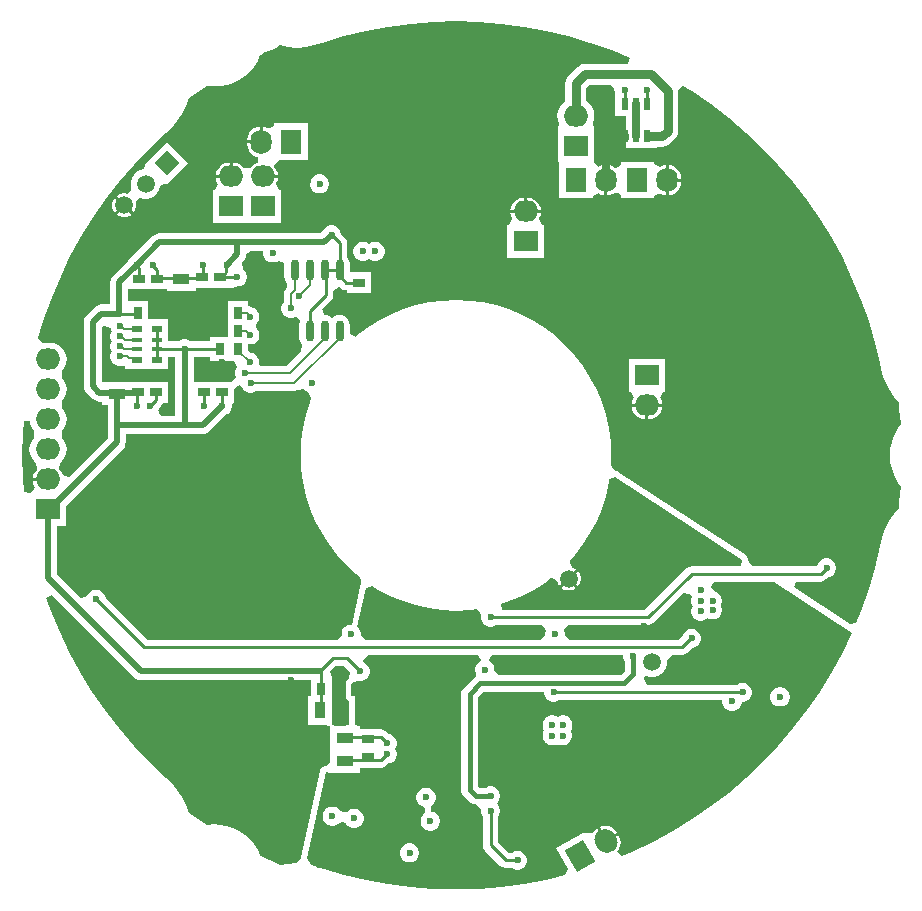
<source format=gbl>
G04*
G04 #@! TF.GenerationSoftware,Altium Limited,Altium Designer,21.1.1 (26)*
G04*
G04 Layer_Physical_Order=4*
G04 Layer_Color=16711680*
%FSLAX25Y25*%
%MOIN*%
G70*
G04*
G04 #@! TF.SameCoordinates,03695714-3163-4FEE-998C-4D1AEBC88490*
G04*
G04*
G04 #@! TF.FilePolarity,Positive*
G04*
G01*
G75*
%ADD16C,0.01000*%
%ADD18C,0.00800*%
%ADD23R,0.03937X0.02953*%
%ADD24R,0.02953X0.03937*%
%ADD26R,0.05709X0.03740*%
%ADD28R,0.03740X0.05709*%
%ADD31R,0.02362X0.03937*%
%ADD107C,0.03000*%
%ADD108C,0.01500*%
%ADD109C,0.02000*%
%ADD110C,0.02500*%
%ADD122C,0.05906*%
%ADD123O,0.07087X0.08268*%
%ADD124R,0.07087X0.08268*%
G04:AMPARAMS|DCode=125|XSize=70.87mil|YSize=82.68mil|CornerRadius=0mil|HoleSize=0mil|Usage=FLASHONLY|Rotation=30.000|XOffset=0mil|YOffset=0mil|HoleType=Round|Shape=Round|*
%AMOVALD125*
21,1,0.01181,0.07087,0.00000,0.00000,120.0*
1,1,0.07087,0.00295,-0.00511*
1,1,0.07087,-0.00295,0.00511*
%
%ADD125OVALD125*%

G04:AMPARAMS|DCode=126|XSize=70.87mil|YSize=82.68mil|CornerRadius=0mil|HoleSize=0mil|Usage=FLASHONLY|Rotation=30.000|XOffset=0mil|YOffset=0mil|HoleType=Round|Shape=Rectangle|*
%AMROTATEDRECTD126*
4,1,4,-0.01002,-0.05352,-0.05135,0.01808,0.01002,0.05352,0.05135,-0.01808,-0.01002,-0.05352,0.0*
%
%ADD126ROTATEDRECTD126*%

%ADD127R,0.08268X0.07087*%
%ADD128O,0.08268X0.07087*%
%ADD129P,0.08352X4X270.0*%
%ADD130C,0.02362*%
%ADD131R,0.03347X0.02362*%
%ADD132R,0.03347X0.01575*%
%ADD133O,0.02756X0.07087*%
G36*
X7568Y144441D02*
X15117Y143847D01*
X22624Y142858D01*
X30070Y141478D01*
X37433Y139711D01*
X44693Y137560D01*
X51831Y135032D01*
X57872Y132530D01*
X57474Y130530D01*
X43000D01*
X42086Y130410D01*
X41235Y130057D01*
X40504Y129496D01*
X37469Y126461D01*
X36908Y125730D01*
X36555Y124879D01*
X36435Y123965D01*
Y118025D01*
X35421Y117247D01*
X34532Y116089D01*
X33974Y114740D01*
X33783Y113293D01*
X33974Y111846D01*
X34392Y110837D01*
X33831Y108836D01*
X33831D01*
Y97750D01*
X34422D01*
Y85659D01*
X45508D01*
Y86375D01*
X47508Y87361D01*
X47674Y87234D01*
X48779Y86776D01*
X49465Y86686D01*
Y91793D01*
Y96900D01*
X48779Y96810D01*
X47674Y96352D01*
X47508Y96225D01*
X47389Y96284D01*
X46099Y97750D01*
Y108836D01*
X46099Y108836D01*
X45538Y110837D01*
X45956Y111846D01*
X46147Y113293D01*
X45956Y114740D01*
X45397Y116089D01*
X44509Y117247D01*
X43495Y118025D01*
Y122503D01*
X44462Y123470D01*
X51244D01*
X52181Y122815D01*
X53044Y121175D01*
X53044Y121175D01*
X53044D01*
Y113238D01*
X56687D01*
Y106380D01*
X56784Y105643D01*
Y102411D01*
X60524D01*
Y102411D01*
X66886D01*
Y102850D01*
X68743D01*
X69656Y102970D01*
X70508Y103323D01*
X71239Y103884D01*
X72996Y105641D01*
X73557Y106372D01*
X73910Y107223D01*
X74030Y108137D01*
Y121500D01*
X73978Y121898D01*
X75088Y122885D01*
X75758Y123153D01*
X78773Y121305D01*
X85014Y117016D01*
X91021Y112406D01*
X96779Y107488D01*
X102272Y102276D01*
X107485Y96783D01*
X112402Y91025D01*
X117012Y85017D01*
X121301Y78777D01*
X125258Y72320D01*
X128871Y65666D01*
X132131Y58831D01*
X135029Y51835D01*
X137556Y44697D01*
X139707Y37437D01*
X141328Y30685D01*
X141703Y28840D01*
X142001Y27485D01*
X142156Y27028D01*
X142957Y24670D01*
X144272Y22003D01*
X145924Y19530D01*
X147737Y17462D01*
X147675Y16668D01*
X147757Y15471D01*
X147756Y15463D01*
X147779Y15155D01*
X147951Y13226D01*
X148164Y10336D01*
X148077Y10237D01*
X146855Y8408D01*
X145882Y6435D01*
X145175Y4352D01*
X144746Y2195D01*
X144602Y0D01*
X144746Y-2195D01*
X145175Y-4352D01*
X145882Y-6435D01*
X146855Y-8408D01*
X148077Y-10237D01*
X148164Y-10336D01*
X147954Y-13175D01*
X147951Y-13222D01*
X147779Y-15151D01*
X147756Y-15459D01*
X147757Y-15468D01*
X147675Y-16664D01*
X147737Y-17459D01*
X145924Y-19526D01*
X144272Y-21999D01*
X142957Y-24666D01*
X142001Y-27482D01*
X141703Y-28837D01*
X141703Y-28837D01*
X141475Y-30070D01*
X139707Y-37433D01*
X137556Y-44694D01*
X135029Y-51832D01*
X133403Y-55757D01*
X131491Y-56344D01*
X112681Y-43965D01*
X113255Y-42049D01*
X121500D01*
X122476Y-41855D01*
X123302Y-41302D01*
X123925Y-40679D01*
X124728Y-40464D01*
X125453Y-40045D01*
X126046Y-39453D01*
X126464Y-38728D01*
X126681Y-37919D01*
Y-37081D01*
X126464Y-36272D01*
X126046Y-35547D01*
X125453Y-34955D01*
X124728Y-34536D01*
X123919Y-34319D01*
X123081D01*
X122272Y-34536D01*
X121547Y-34955D01*
X120955Y-35547D01*
X120536Y-36272D01*
X120354Y-36951D01*
X98743D01*
X97866Y-36037D01*
X97521Y-35574D01*
X97420Y-34951D01*
X97432Y-34828D01*
X97401Y-34728D01*
X97400Y-34623D01*
X97285Y-34351D01*
X97198Y-34068D01*
X97132Y-33987D01*
X97091Y-33890D01*
X96880Y-33683D01*
X96691Y-33454D01*
X96599Y-33405D01*
X96524Y-33332D01*
X54056Y-5383D01*
X53843Y-5296D01*
X53647Y-5175D01*
X53478Y-5148D01*
X53319Y-5083D01*
X52209Y-4294D01*
X52006Y-4059D01*
X51990Y-4036D01*
X51631Y-3327D01*
X51618Y-3291D01*
X51762Y0D01*
X51565Y4511D01*
X50976Y8988D01*
X49998Y13397D01*
X48640Y17704D01*
X46912Y21876D01*
X44827Y25881D01*
X42401Y29689D01*
X39652Y33272D01*
X36601Y36601D01*
X33272Y39652D01*
X29689Y42401D01*
X25881Y44827D01*
X21876Y46912D01*
X17704Y48640D01*
X13397Y49998D01*
X8988Y50976D01*
X4511Y51565D01*
X0Y51762D01*
X-4511Y51565D01*
X-8988Y50976D01*
X-13397Y49998D01*
X-17704Y48640D01*
X-21876Y46912D01*
X-25881Y44827D01*
X-29689Y42401D01*
X-33272Y39652D01*
X-33395Y39539D01*
X-35396Y40419D01*
Y43497D01*
X-35512Y44379D01*
X-35852Y45200D01*
X-36393Y45906D01*
X-37099Y46448D01*
X-37921Y46788D01*
X-38803Y46904D01*
X-39684Y46788D01*
X-40506Y46448D01*
X-41393Y45906D01*
X-42099Y46448D01*
X-42921Y46788D01*
X-43679Y46888D01*
X-43946Y47259D01*
X-44576Y48820D01*
X-41698Y51698D01*
X-41145Y52525D01*
X-40951Y53500D01*
Y54708D01*
X-40561Y55213D01*
X-39163Y56170D01*
X-38951Y56182D01*
X-38487Y55718D01*
X-37660Y55166D01*
X-36685Y54972D01*
X-36271D01*
Y54044D01*
X-28334D01*
Y60997D01*
X-35396D01*
Y63969D01*
X-35512Y64851D01*
X-35852Y65673D01*
X-36254Y66196D01*
Y70803D01*
X-36448Y71778D01*
X-37000Y72605D01*
X-38321Y73926D01*
X-38536Y74728D01*
X-38954Y75453D01*
X-39547Y76046D01*
X-40272Y76464D01*
X-41081Y76681D01*
X-41919D01*
X-42728Y76464D01*
X-43453Y76046D01*
X-44045Y75453D01*
X-44345Y74934D01*
X-45253Y74026D01*
X-99000D01*
X-99783Y73923D01*
X-100513Y73620D01*
X-101140Y73140D01*
X-107934Y66345D01*
X-108453Y66045D01*
X-109046Y65453D01*
X-109345Y64934D01*
X-114345Y59934D01*
X-114826Y59307D01*
X-115129Y58578D01*
X-115232Y57794D01*
Y50320D01*
X-118206D01*
X-118206Y50320D01*
X-118989Y50217D01*
X-119719Y49915D01*
X-120345Y49434D01*
X-120345Y49434D01*
X-123140Y46640D01*
X-123620Y46013D01*
X-123923Y45283D01*
X-124026Y44500D01*
Y23000D01*
X-123923Y22217D01*
X-123620Y21487D01*
X-123140Y20860D01*
X-121101Y18821D01*
X-120474Y18340D01*
X-119744Y18038D01*
X-118961Y17935D01*
X-117961D01*
Y16712D01*
X-116132D01*
Y10000D01*
Y5556D01*
X-128912Y-7223D01*
X-130192Y-6970D01*
X-131085Y-6568D01*
X-131441Y-5709D01*
X-132169Y-4760D01*
X-132258Y-4378D01*
X-132045Y-2406D01*
X-131456Y-1953D01*
X-130567Y-795D01*
X-130009Y553D01*
X-129818Y2000D01*
X-130009Y3447D01*
X-130567Y4796D01*
X-131456Y5954D01*
Y7556D01*
X-131249Y8316D01*
X-130567Y9204D01*
X-130009Y10553D01*
X-129818Y12000D01*
X-130009Y13447D01*
X-130567Y14796D01*
X-131249Y15684D01*
X-131456Y16444D01*
Y18046D01*
X-130567Y19204D01*
X-130009Y20553D01*
X-129818Y22000D01*
X-130009Y23447D01*
X-130567Y24796D01*
X-131456Y25954D01*
X-131456Y28047D01*
X-130567Y29204D01*
X-130009Y30553D01*
X-129818Y32000D01*
X-130009Y33447D01*
X-130567Y34796D01*
X-131456Y35954D01*
X-132614Y36842D01*
X-133962Y37401D01*
X-135409Y37591D01*
X-136591D01*
X-137619Y37456D01*
X-138675Y38298D01*
X-139226Y39073D01*
X-137560Y44697D01*
X-135032Y51835D01*
X-132135Y58831D01*
X-128875Y65666D01*
X-125262Y72320D01*
X-121305Y78777D01*
X-117016Y85017D01*
X-112406Y91025D01*
X-107488Y96783D01*
X-102276Y102276D01*
X-96783Y107488D01*
X-95829Y108303D01*
X-94805Y109238D01*
X-92844Y111474D01*
X-91192Y113946D01*
X-89877Y116613D01*
X-89010Y119168D01*
X-88957Y119190D01*
X-87001Y120388D01*
Y120388D01*
X-87001Y120393D01*
X-83080Y123155D01*
X-82903Y123120D01*
X-80709Y122976D01*
X-78514Y123120D01*
X-76357Y123549D01*
X-74274Y124256D01*
X-72301Y125229D01*
X-70472Y126451D01*
X-68818Y127901D01*
X-67368Y129555D01*
X-66146Y131384D01*
X-65173Y133356D01*
X-65124Y133502D01*
X-63524Y134307D01*
X-60757Y135533D01*
X-60757Y135533D01*
X-60091Y135855D01*
X-58749Y136678D01*
X-56053Y136142D01*
X-53086Y135947D01*
X-50118Y136142D01*
X-47202Y136722D01*
X-45880Y137141D01*
X-44697Y137560D01*
X-37437Y139711D01*
X-30074Y141478D01*
X-22628Y142858D01*
X-15121Y143847D01*
X-7572Y144441D01*
X-2Y144639D01*
X7568Y144441D01*
D02*
G37*
G36*
X-64181Y67919D02*
Y67081D01*
X-63964Y66272D01*
X-63546Y65547D01*
X-62953Y64955D01*
X-62228Y64536D01*
X-61419Y64319D01*
X-60581D01*
X-59772Y64536D01*
X-59101Y64923D01*
X-58867Y64858D01*
X-57224Y63977D01*
X-57210Y63963D01*
Y59639D01*
X-57094Y58757D01*
X-56753Y57935D01*
X-56250Y57279D01*
Y56028D01*
X-56730Y55547D01*
X-57261Y54753D01*
X-57447Y53817D01*
Y51052D01*
X-57546Y50953D01*
X-57964Y50228D01*
X-58181Y49419D01*
Y48581D01*
X-57964Y47772D01*
X-57546Y47047D01*
X-56953Y46455D01*
X-56228Y46036D01*
X-55419Y45819D01*
X-54581D01*
X-53772Y46036D01*
X-53382Y46261D01*
X-52581Y45739D01*
X-52107Y45262D01*
X-51858Y44947D01*
X-52094Y44379D01*
X-52210Y43497D01*
Y39166D01*
X-52094Y38285D01*
X-51753Y37463D01*
X-51212Y36757D01*
X-51767Y34662D01*
X-56482Y29947D01*
X-65058D01*
X-65545Y30581D01*
Y31419D01*
X-65761Y32228D01*
X-66180Y32953D01*
X-66772Y33546D01*
X-67498Y33964D01*
X-68307Y34181D01*
X-68446D01*
X-69178Y34912D01*
Y36973D01*
X-69144Y36999D01*
X-68307D01*
X-67498Y37215D01*
X-66772Y37634D01*
X-66180Y38226D01*
X-65761Y38952D01*
X-65545Y39761D01*
Y40598D01*
X-65761Y41407D01*
X-66180Y42133D01*
X-66591Y43192D01*
X-66180Y44252D01*
X-65761Y44977D01*
X-65545Y45786D01*
Y46624D01*
X-65761Y47433D01*
X-66180Y48158D01*
X-66772Y48751D01*
X-67498Y49170D01*
X-68307Y49386D01*
X-68338D01*
X-68779Y49681D01*
X-69178Y49760D01*
Y51389D01*
X-76130D01*
Y43452D01*
Y39389D01*
X-82036D01*
Y37974D01*
X-88476D01*
X-88547Y38045D01*
X-89272Y38464D01*
X-90081Y38681D01*
X-90919D01*
X-91728Y38464D01*
X-92453Y38045D01*
X-92524Y37974D01*
X-96079D01*
Y38213D01*
X-96079D01*
Y45299D01*
X-102575D01*
Y45299D01*
X-102583D01*
Y51389D01*
X-109180D01*
Y55397D01*
X-101638D01*
Y55397D01*
X-96461D01*
Y54889D01*
X-86752D01*
Y55897D01*
X-82575D01*
Y55897D01*
X-74638D01*
Y55897D01*
X-72813Y56319D01*
X-72581D01*
X-71772Y56536D01*
X-71047Y56954D01*
X-70455Y57547D01*
X-70036Y58272D01*
X-69819Y59081D01*
Y59919D01*
X-70036Y60728D01*
X-70455Y61453D01*
X-71047Y62046D01*
X-71396Y64049D01*
X-71310Y64411D01*
X-70860Y64860D01*
X-70380Y65487D01*
X-70077Y66217D01*
X-69974Y67000D01*
X-68403Y67974D01*
X-64224D01*
X-64181Y67919D01*
D02*
G37*
G36*
X-82036Y31452D02*
X-76130D01*
Y31452D01*
X-73875D01*
X-73045Y29453D01*
X-73464Y28728D01*
X-73681Y27919D01*
Y27081D01*
X-73464Y26272D01*
X-73419Y26193D01*
X-74705Y24491D01*
X-82075D01*
Y24444D01*
X-87474D01*
Y32876D01*
X-82036D01*
Y31452D01*
D02*
G37*
G36*
X-115996Y42850D02*
X-115106Y42301D01*
X-114964Y41772D01*
X-114711Y41333D01*
X-114964Y40894D01*
X-115181Y40086D01*
Y39248D01*
X-114964Y38439D01*
X-114711Y38000D01*
X-114964Y37561D01*
X-115181Y36752D01*
Y35914D01*
X-114964Y35105D01*
X-114711Y34667D01*
X-114964Y34228D01*
X-115181Y33419D01*
Y32581D01*
X-114964Y31772D01*
X-114546Y31047D01*
X-113953Y30454D01*
X-113228Y30036D01*
X-112419Y29819D01*
X-111581D01*
X-109921Y28701D01*
Y28701D01*
X-103425D01*
Y28701D01*
X-96079D01*
Y32876D01*
X-93526D01*
Y13026D01*
X-98147D01*
X-98611Y13565D01*
X-99178Y15026D01*
X-99036Y15272D01*
X-98821Y16074D01*
X-98304Y16591D01*
X-97752Y17418D01*
X-97737Y17491D01*
X-96138D01*
Y24444D01*
X-102138D01*
Y24444D01*
X-108252D01*
Y24452D01*
X-117961D01*
X-117974Y26446D01*
Y42640D01*
X-117181Y43240D01*
X-115996Y42850D01*
D02*
G37*
G36*
X-72075Y23579D02*
X-71530Y23018D01*
X-71464Y22772D01*
X-71046Y22047D01*
X-70453Y21454D01*
X-69728Y21036D01*
X-68919Y20819D01*
X-68081D01*
X-67272Y21036D01*
X-66547Y21454D01*
X-66448Y21553D01*
X-53969D01*
X-53032Y21739D01*
X-52720Y21948D01*
X-50546Y22047D01*
X-49953Y21454D01*
X-49228Y21036D01*
X-48226Y19217D01*
X-48178Y18819D01*
X-48640Y17704D01*
X-49998Y13397D01*
X-50976Y8988D01*
X-51565Y4511D01*
X-51762Y0D01*
X-51565Y-4511D01*
X-50976Y-8988D01*
X-49998Y-13397D01*
X-48640Y-17704D01*
X-46912Y-21876D01*
X-44827Y-25881D01*
X-42401Y-29689D01*
X-39652Y-33272D01*
X-36601Y-36601D01*
X-33272Y-39652D01*
X-31971Y-40650D01*
X-31883Y-40795D01*
X-31741Y-41092D01*
X-31704Y-41206D01*
X-31648Y-41533D01*
X-31675Y-42981D01*
X-31764Y-43184D01*
X-31887Y-43368D01*
X-31922Y-43545D01*
X-31994Y-43710D01*
X-34783Y-56452D01*
X-35386D01*
X-36195Y-56669D01*
X-36920Y-57087D01*
X-37512Y-57679D01*
X-37931Y-58405D01*
X-38148Y-59214D01*
Y-60052D01*
X-39807Y-61451D01*
X-102944D01*
X-116821Y-47574D01*
X-117036Y-46772D01*
X-117455Y-46047D01*
X-118047Y-45454D01*
X-118772Y-45036D01*
X-119581Y-44819D01*
X-120419D01*
X-121228Y-45036D01*
X-121953Y-45454D01*
X-122546Y-46047D01*
X-122964Y-46772D01*
X-122997Y-46895D01*
X-124694Y-47559D01*
X-125169Y-47552D01*
X-132974Y-39747D01*
Y-23543D01*
X-129866D01*
Y-16736D01*
X-110967Y2163D01*
X-110967Y2163D01*
X-110486Y2790D01*
X-110184Y3520D01*
X-110081Y4303D01*
Y6974D01*
X-90000D01*
X-90000Y6974D01*
X-90000Y6974D01*
X-84500D01*
X-83717Y7077D01*
X-82987Y7379D01*
X-82360Y7860D01*
X-76566Y13655D01*
X-76047Y13954D01*
X-75454Y14547D01*
X-75036Y15272D01*
X-74819Y16081D01*
Y16919D01*
X-74344Y17538D01*
X-74138D01*
Y22173D01*
X-73093Y23243D01*
X-72138Y23610D01*
X-72075Y23579D01*
D02*
G37*
G36*
X-141991Y10553D02*
X-141433Y9204D01*
X-140751Y8316D01*
X-140544Y7556D01*
X-140544Y5954D01*
X-141433Y4796D01*
X-141991Y3447D01*
X-142182Y2000D01*
X-141991Y553D01*
X-141433Y-795D01*
X-140544Y-1953D01*
X-139954Y-2406D01*
X-139742Y-4378D01*
X-139831Y-4760D01*
X-140559Y-5709D01*
X-141017Y-6814D01*
X-141107Y-7500D01*
X-136000D01*
Y-8500D01*
X-141107D01*
X-141017Y-9186D01*
X-140559Y-10291D01*
X-140432Y-10457D01*
X-140721Y-11042D01*
X-142134Y-12457D01*
X-144069Y-12299D01*
X-144441Y-7568D01*
X-144639Y2D01*
X-144441Y7571D01*
X-144132Y11494D01*
X-142122Y11547D01*
X-141991Y10553D01*
D02*
G37*
G36*
X95403Y-35035D02*
X94829Y-36951D01*
X78500D01*
X77525Y-37145D01*
X76698Y-37698D01*
X62944Y-51451D01*
X15440D01*
X15132Y-49451D01*
X17704Y-48640D01*
X21876Y-46912D01*
X25881Y-44827D01*
X29689Y-42401D01*
X31628Y-40913D01*
X32886Y-41346D01*
X33694Y-41849D01*
X33897Y-42606D01*
X34418Y-43508D01*
X34432Y-43522D01*
X37227Y-40727D01*
X40022Y-37932D01*
X40008Y-37918D01*
X39106Y-37397D01*
X38687Y-37285D01*
X37999Y-35769D01*
X37951Y-35128D01*
X39652Y-33272D01*
X42401Y-29689D01*
X44827Y-25881D01*
X46912Y-21876D01*
X48640Y-17704D01*
X49998Y-13397D01*
X50976Y-8988D01*
X51116Y-7918D01*
X52935Y-7086D01*
X95403Y-35035D01*
D02*
G37*
G36*
X131993Y-59116D02*
X128871Y-65662D01*
X125258Y-72317D01*
X121301Y-78773D01*
X117012Y-85014D01*
X112402Y-91022D01*
X107485Y-96780D01*
X102272Y-102272D01*
X96779Y-107485D01*
X91021Y-112403D01*
X85014Y-117012D01*
X78773Y-121301D01*
X72317Y-125258D01*
X65662Y-128871D01*
X58827Y-132131D01*
X55291Y-133596D01*
X53666Y-132301D01*
X53641Y-132115D01*
X54264Y-131303D01*
X54722Y-130198D01*
X54878Y-129011D01*
X54722Y-127825D01*
X54264Y-126720D01*
X54219Y-126642D01*
X50250Y-128933D01*
X50000Y-128500D01*
X49567Y-128750D01*
X47013Y-124327D01*
X46464Y-124748D01*
X45736Y-125697D01*
X45656Y-125890D01*
X43431Y-126036D01*
X43073Y-125416D01*
X33472Y-130960D01*
X37444Y-137838D01*
X36362Y-139964D01*
X30070Y-141475D01*
X22624Y-142855D01*
X15117Y-143843D01*
X7568Y-144437D01*
X-2Y-144636D01*
X-7572Y-144437D01*
X-15121Y-143843D01*
X-22628Y-142855D01*
X-30074Y-141475D01*
X-37437Y-139707D01*
X-44124Y-137726D01*
X-45880Y-137138D01*
X-47202Y-136718D01*
X-47668Y-136626D01*
X-48178Y-136524D01*
X-49712Y-134180D01*
X-43442Y-105537D01*
X-41854Y-105709D01*
Y-105709D01*
X-32146D01*
Y-104062D01*
X-25014D01*
X-24038Y-103868D01*
X-23211Y-103316D01*
X-22575Y-102679D01*
X-21772Y-102464D01*
X-21047Y-102046D01*
X-20455Y-101453D01*
X-20036Y-100728D01*
X-19819Y-99919D01*
Y-99081D01*
X-20036Y-98272D01*
X-20337Y-97750D01*
X-20036Y-97228D01*
X-19819Y-96419D01*
Y-95581D01*
X-20036Y-94772D01*
X-20455Y-94047D01*
X-21047Y-93454D01*
X-21772Y-93036D01*
X-22575Y-92821D01*
X-23361Y-92034D01*
X-24188Y-91481D01*
X-25164Y-91287D01*
X-25532D01*
Y-91071D01*
X-32146D01*
Y-90291D01*
X-33791Y-89854D01*
Y-80146D01*
X-34888D01*
Y-76315D01*
X-33997Y-75590D01*
X-32888Y-75055D01*
X-32419Y-75181D01*
X-31581D01*
X-30772Y-74964D01*
X-30047Y-74546D01*
X-29454Y-73953D01*
X-29036Y-73228D01*
X-28819Y-72419D01*
Y-71581D01*
X-29036Y-70772D01*
X-29454Y-70047D01*
X-30047Y-69454D01*
X-30772Y-69036D01*
X-30916Y-68549D01*
X-29420Y-66549D01*
X7315D01*
X8310Y-68366D01*
X8261Y-68549D01*
X7682Y-68883D01*
X7089Y-69476D01*
X6671Y-70201D01*
X6454Y-71010D01*
Y-71848D01*
X6671Y-72657D01*
X6613Y-73598D01*
X6039Y-74039D01*
X2539Y-77539D01*
X2098Y-78113D01*
X1821Y-78782D01*
X1726Y-79500D01*
Y-111500D01*
X1821Y-112218D01*
X2098Y-112887D01*
X2539Y-113461D01*
X4539Y-115461D01*
X5113Y-115902D01*
X5782Y-116179D01*
X6500Y-116274D01*
X6803D01*
X7100Y-116445D01*
X8319Y-118081D01*
Y-118919D01*
X8536Y-119728D01*
X8951Y-120447D01*
Y-130000D01*
X9145Y-130975D01*
X9698Y-131802D01*
X14698Y-136802D01*
X15525Y-137355D01*
X16500Y-137549D01*
X18553D01*
X19272Y-137964D01*
X20081Y-138181D01*
X20919D01*
X21728Y-137964D01*
X22453Y-137546D01*
X23045Y-136953D01*
X23464Y-136228D01*
X23681Y-135419D01*
Y-134581D01*
X23464Y-133772D01*
X23045Y-133047D01*
X22453Y-132455D01*
X21728Y-132036D01*
X20919Y-131819D01*
X20081D01*
X19272Y-132036D01*
X18553Y-132451D01*
X17556D01*
X14049Y-128944D01*
Y-120447D01*
X14464Y-119728D01*
X14681Y-118919D01*
Y-118081D01*
X14464Y-117272D01*
X14045Y-116547D01*
X13499Y-116000D01*
X14045Y-115453D01*
X14464Y-114728D01*
X14681Y-113919D01*
Y-113081D01*
X14464Y-112272D01*
X14045Y-111547D01*
X13453Y-110954D01*
X12728Y-110536D01*
X11919Y-110319D01*
X11081D01*
X10272Y-110536D01*
X9942Y-110726D01*
X7649D01*
X7274Y-110351D01*
Y-80649D01*
X9149Y-78774D01*
X29319D01*
Y-79419D01*
X29536Y-80228D01*
X29954Y-80953D01*
X30547Y-81546D01*
X31272Y-81964D01*
X32081Y-82181D01*
X32919D01*
X33728Y-81964D01*
X34447Y-81549D01*
X88794D01*
X88819Y-81581D01*
Y-82419D01*
X89036Y-83228D01*
X89455Y-83953D01*
X90047Y-84545D01*
X90772Y-84964D01*
X91581Y-85181D01*
X92419D01*
X93228Y-84964D01*
X93953Y-84545D01*
X94546Y-83953D01*
X94964Y-83228D01*
X95181Y-82419D01*
Y-82181D01*
X95919D01*
X96728Y-81964D01*
X97453Y-81546D01*
X98045Y-80953D01*
X98464Y-80228D01*
X98681Y-79419D01*
Y-78581D01*
X98464Y-77772D01*
X98045Y-77047D01*
X97453Y-76455D01*
X96728Y-76036D01*
X95919Y-75819D01*
X95081D01*
X94272Y-76036D01*
X93553Y-76451D01*
X63537D01*
X62527Y-74451D01*
X63120Y-73646D01*
X63206Y-73622D01*
X63713Y-73590D01*
X64767Y-73872D01*
X66071D01*
X67331Y-73535D01*
X68461Y-72883D01*
X69383Y-71961D01*
X70035Y-70831D01*
X70372Y-69571D01*
Y-68267D01*
X71982Y-66549D01*
X75271D01*
X76246Y-66355D01*
X77073Y-65802D01*
X78694Y-64181D01*
X78919D01*
X79728Y-63964D01*
X80453Y-63546D01*
X81046Y-62953D01*
X81464Y-62228D01*
X81681Y-61419D01*
Y-60581D01*
X81464Y-59772D01*
X81046Y-59047D01*
X80453Y-58455D01*
X79728Y-58036D01*
X78919Y-57819D01*
X78081D01*
X77272Y-58036D01*
X76547Y-58455D01*
X75955Y-59047D01*
X75536Y-59772D01*
X75405Y-60261D01*
X74215Y-61451D01*
X37738D01*
X36181Y-59919D01*
Y-59081D01*
X36039Y-58549D01*
X36487Y-57587D01*
X37279Y-56549D01*
X64000D01*
X64976Y-56355D01*
X65802Y-55802D01*
X75624Y-45981D01*
X77907Y-46281D01*
X78536Y-47272D01*
X78319Y-48081D01*
Y-48919D01*
X78536Y-49728D01*
X78837Y-50250D01*
X78536Y-50772D01*
X78319Y-51581D01*
Y-52419D01*
X78536Y-53228D01*
X78954Y-53953D01*
X79547Y-54545D01*
X80272Y-54964D01*
X81081Y-55181D01*
X81919D01*
X82728Y-54964D01*
X83453Y-54545D01*
X83805Y-54194D01*
X84272Y-54464D01*
X85081Y-54681D01*
X85919D01*
X86728Y-54464D01*
X87453Y-54045D01*
X88046Y-53453D01*
X88464Y-52728D01*
X88681Y-51919D01*
Y-51081D01*
X88464Y-50272D01*
X88307Y-50000D01*
X88464Y-49728D01*
X88681Y-48919D01*
Y-48081D01*
X88464Y-47272D01*
X88046Y-46547D01*
X87453Y-45954D01*
X86728Y-45536D01*
X85919Y-45319D01*
X85919Y-45319D01*
X85861D01*
X84994Y-43724D01*
X86070Y-42049D01*
X106061D01*
X131993Y-59116D01*
D02*
G37*
G36*
X-25881Y-44827D02*
X-21876Y-46912D01*
X-17704Y-48640D01*
X-13397Y-49998D01*
X-8988Y-50976D01*
X-4511Y-51565D01*
X0Y-51762D01*
X4511Y-51565D01*
X7122Y-51221D01*
X7943Y-52122D01*
X8458Y-53063D01*
X8319Y-53581D01*
Y-54419D01*
X8536Y-55228D01*
X8954Y-55953D01*
X9547Y-56546D01*
X10272Y-56964D01*
X11081Y-57181D01*
X11919D01*
X12728Y-56964D01*
X13447Y-56549D01*
X28721D01*
X29513Y-57587D01*
X29961Y-58549D01*
X29819Y-59081D01*
Y-59919D01*
X28262Y-61451D01*
X-30127D01*
X-31786Y-60052D01*
Y-59214D01*
X-32003Y-58405D01*
X-32421Y-57679D01*
X-32867Y-57234D01*
X-30002Y-44146D01*
X-28155Y-43378D01*
X-25881Y-44827D01*
D02*
G37*
G36*
X55819Y-66581D02*
Y-67419D01*
X56036Y-68228D01*
X56226Y-68558D01*
Y-71851D01*
X54851Y-73226D01*
X14491D01*
X12816Y-71848D01*
Y-71010D01*
X12599Y-70201D01*
X12180Y-69476D01*
X11588Y-68883D01*
X11009Y-68549D01*
X10959Y-68366D01*
X11954Y-66549D01*
X55794D01*
X55819Y-66581D01*
D02*
G37*
G36*
X-35685Y-71920D02*
X-35485Y-72376D01*
X-35484Y-72390D01*
X-35588Y-74256D01*
X-36175Y-74734D01*
X-36242Y-74815D01*
X-36330Y-74874D01*
X-36494Y-75119D01*
X-36682Y-75347D01*
X-36713Y-75447D01*
X-36772Y-75535D01*
X-36829Y-75825D01*
X-36916Y-76107D01*
X-36906Y-76212D01*
X-36927Y-76315D01*
Y-80146D01*
X-36772Y-80926D01*
X-36330Y-81588D01*
X-35831Y-81921D01*
Y-89854D01*
X-37783Y-90291D01*
X-39650D01*
X-41469Y-89854D01*
X-41469Y-88451D01*
Y-80146D01*
X-41476D01*
Y-74032D01*
X-41476D01*
X-41927Y-72031D01*
X-39944Y-70049D01*
X-37556D01*
X-35685Y-71920D01*
D02*
G37*
G36*
X-107140Y-74140D02*
X-106513Y-74620D01*
X-105783Y-74923D01*
X-105000Y-75026D01*
X-48429D01*
Y-80146D01*
X-49209D01*
Y-89854D01*
X-43673D01*
X-41854Y-90291D01*
X-41854Y-91694D01*
Y-98032D01*
Y-102282D01*
X-42741Y-103077D01*
X-43801Y-103530D01*
X-43904Y-103570D01*
X-44015Y-103580D01*
X-44272Y-103714D01*
X-44542Y-103820D01*
X-44622Y-103897D01*
X-44720Y-103948D01*
X-44906Y-104171D01*
X-45115Y-104372D01*
X-45160Y-104473D01*
X-45231Y-104559D01*
X-45318Y-104835D01*
X-45434Y-105101D01*
X-51704Y-133744D01*
X-51705Y-133754D01*
X-51708Y-133763D01*
X-51711Y-134029D01*
X-51739Y-134186D01*
X-52914Y-135720D01*
X-52917Y-135723D01*
X-53311Y-135958D01*
X-56053Y-136138D01*
X-58749Y-136674D01*
X-60091Y-135852D01*
X-60757Y-135530D01*
X-60757Y-135530D01*
X-63524Y-134303D01*
X-65125Y-133497D01*
X-65173Y-133356D01*
X-66146Y-131384D01*
X-67368Y-129555D01*
X-68818Y-127901D01*
X-70472Y-126451D01*
X-72301Y-125229D01*
X-74274Y-124256D01*
X-76357Y-123549D01*
X-78514Y-123120D01*
X-80709Y-122976D01*
X-82903Y-123120D01*
X-83076Y-123154D01*
X-87001Y-120390D01*
X-87001Y-120384D01*
Y-120384D01*
X-88957Y-119186D01*
X-89010Y-119164D01*
X-89877Y-116610D01*
X-91192Y-113943D01*
X-92844Y-111470D01*
X-94805Y-109234D01*
X-95829Y-108300D01*
X-96783Y-107485D01*
X-102276Y-102272D01*
X-107488Y-96780D01*
X-112406Y-91022D01*
X-117016Y-85014D01*
X-121305Y-78773D01*
X-125262Y-72317D01*
X-128875Y-65662D01*
X-132135Y-58828D01*
X-135032Y-51832D01*
X-136544Y-47564D01*
X-134810Y-46470D01*
X-107140Y-74140D01*
D02*
G37*
%LPC*%
G36*
X-49457Y110634D02*
X-60543D01*
Y109918D01*
X-62543Y108932D01*
X-62709Y109059D01*
X-63814Y109517D01*
X-64500Y109607D01*
Y104500D01*
X-65000D01*
Y104000D01*
X-69582D01*
Y103910D01*
X-69426Y102723D01*
X-68969Y101618D01*
X-68240Y100669D01*
X-67291Y99941D01*
X-66186Y99483D01*
X-66081Y99469D01*
Y97452D01*
X-66277Y97426D01*
X-67382Y96969D01*
X-68331Y96240D01*
X-68551Y95954D01*
X-68977Y95804D01*
X-70523Y95804D01*
X-70949Y95954D01*
X-71169Y96240D01*
X-72118Y96969D01*
X-73223Y97426D01*
X-74409Y97583D01*
X-74500D01*
Y93000D01*
X-75000D01*
Y92500D01*
X-80107D01*
X-80017Y91814D01*
X-79559Y90709D01*
X-79432Y90543D01*
X-80418Y88543D01*
X-81134D01*
Y77457D01*
X-68866D01*
Y77457D01*
X-58366D01*
Y88543D01*
X-59082D01*
X-60068Y90543D01*
X-59941Y90709D01*
X-59483Y91814D01*
X-59393Y92500D01*
X-64500D01*
Y93500D01*
X-59393D01*
X-59483Y94186D01*
X-59941Y95291D01*
X-60417Y95912D01*
X-60669Y96240D01*
X-60672Y96581D01*
X-59054Y98366D01*
X-49457D01*
Y110634D01*
D02*
G37*
G36*
X-65500Y109607D02*
X-66186Y109517D01*
X-67291Y109059D01*
X-68240Y108331D01*
X-68969Y107382D01*
X-69426Y106277D01*
X-69582Y105091D01*
Y105000D01*
X-65500D01*
Y109607D01*
D02*
G37*
G36*
X66008Y97927D02*
X54922D01*
Y96673D01*
X54013Y96117D01*
X52921Y95842D01*
X52256Y96352D01*
X51151Y96810D01*
X50465Y96900D01*
Y91793D01*
Y86686D01*
X51151Y86776D01*
X52256Y87234D01*
X52921Y87745D01*
X54013Y87469D01*
X54922Y86914D01*
Y85659D01*
X66008D01*
Y86375D01*
X68008Y87361D01*
X68173Y87234D01*
X69279Y86776D01*
X69965Y86686D01*
Y91793D01*
Y96900D01*
X69279Y96810D01*
X68173Y96352D01*
X68008Y96225D01*
X66008Y97212D01*
Y97927D01*
D02*
G37*
G36*
X-75500Y97583D02*
X-75591D01*
X-76777Y97426D01*
X-77882Y96969D01*
X-78831Y96240D01*
X-79559Y95291D01*
X-80017Y94186D01*
X-80107Y93500D01*
X-75500D01*
Y97583D01*
D02*
G37*
G36*
X70965Y96900D02*
Y92293D01*
X75047D01*
Y92384D01*
X74891Y93570D01*
X74433Y94675D01*
X73705Y95624D01*
X72756Y96352D01*
X71651Y96810D01*
X70965Y96900D01*
D02*
G37*
G36*
X-96429Y104575D02*
X-103433Y97571D01*
X-103315Y97453D01*
X-104143Y95453D01*
X-104152D01*
X-105412Y95115D01*
X-106541Y94463D01*
X-107463Y93541D01*
X-108115Y92412D01*
X-108453Y91152D01*
Y89848D01*
X-108189Y88863D01*
X-108364Y88505D01*
X-108652Y88136D01*
X-109669Y87279D01*
X-110051Y87382D01*
X-111091D01*
X-112097Y87112D01*
X-112998Y86592D01*
X-113013Y86577D01*
X-110217Y83783D01*
X-107422Y80988D01*
X-107408Y81002D01*
X-106888Y81903D01*
X-106618Y82909D01*
Y83949D01*
X-106721Y84331D01*
X-105864Y85348D01*
X-105495Y85636D01*
X-105137Y85811D01*
X-104152Y85547D01*
X-102848D01*
X-101588Y85885D01*
X-100459Y86537D01*
X-99537Y87459D01*
X-98885Y88588D01*
X-98547Y89848D01*
Y89857D01*
X-96547Y90685D01*
X-96429Y90567D01*
X-89425Y97571D01*
X-96429Y104575D01*
D02*
G37*
G36*
X-45081Y93681D02*
X-45919D01*
X-46728Y93464D01*
X-47453Y93046D01*
X-48046Y92453D01*
X-48464Y91728D01*
X-48681Y90919D01*
Y90081D01*
X-48464Y89272D01*
X-48046Y88547D01*
X-47453Y87954D01*
X-46728Y87536D01*
X-45919Y87319D01*
X-45081D01*
X-44272Y87536D01*
X-43547Y87954D01*
X-42954Y88547D01*
X-42536Y89272D01*
X-42319Y90081D01*
Y90919D01*
X-42536Y91728D01*
X-42954Y92453D01*
X-43547Y93046D01*
X-44272Y93464D01*
X-45081Y93681D01*
D02*
G37*
G36*
X75047Y91293D02*
X70965D01*
Y86686D01*
X71651Y86776D01*
X72756Y87234D01*
X73705Y87962D01*
X74433Y88911D01*
X74891Y90017D01*
X75047Y91203D01*
Y91293D01*
D02*
G37*
G36*
X23793Y85903D02*
X23702D01*
Y81820D01*
X28310D01*
X28219Y82506D01*
X27762Y83611D01*
X27033Y84560D01*
X26084Y85289D01*
X24979Y85747D01*
X23793Y85903D01*
D02*
G37*
G36*
X22702D02*
X22612D01*
X21426Y85747D01*
X20321Y85289D01*
X19372Y84560D01*
X18643Y83611D01*
X18185Y82506D01*
X18095Y81820D01*
X22702D01*
Y85903D01*
D02*
G37*
G36*
X-113720Y85870D02*
X-113734Y85856D01*
X-114254Y84955D01*
X-114524Y83949D01*
Y82909D01*
X-114254Y81903D01*
X-113734Y81002D01*
X-113720Y80988D01*
X-111278Y83429D01*
X-113720Y85870D01*
D02*
G37*
G36*
X-110571Y82722D02*
X-113013Y80280D01*
X-112998Y80266D01*
X-112097Y79746D01*
X-111091Y79476D01*
X-110051D01*
X-109045Y79746D01*
X-108144Y80266D01*
X-108130Y80280D01*
X-110571Y82722D01*
D02*
G37*
G36*
X-26581Y71181D02*
X-27419D01*
X-28228Y70964D01*
X-28953Y70546D01*
X-29000Y70499D01*
X-29047Y70546D01*
X-29772Y70964D01*
X-30581Y71181D01*
X-31419D01*
X-32228Y70964D01*
X-32953Y70546D01*
X-33546Y69953D01*
X-33964Y69228D01*
X-34181Y68419D01*
Y67581D01*
X-33964Y66772D01*
X-33546Y66047D01*
X-32953Y65455D01*
X-32228Y65036D01*
X-31419Y64819D01*
X-30581D01*
X-29772Y65036D01*
X-29047Y65455D01*
X-29000Y65501D01*
X-28953Y65455D01*
X-28228Y65036D01*
X-27419Y64819D01*
X-26581D01*
X-25772Y65036D01*
X-25047Y65455D01*
X-24454Y66047D01*
X-24036Y66772D01*
X-23819Y67581D01*
Y68419D01*
X-24036Y69228D01*
X-24454Y69953D01*
X-25047Y70546D01*
X-25772Y70964D01*
X-26581Y71181D01*
D02*
G37*
G36*
X28310Y80820D02*
X23202D01*
X18095D01*
X18185Y80134D01*
X18643Y79029D01*
X18770Y78863D01*
X17784Y76863D01*
X17068D01*
Y65777D01*
X29336D01*
Y76863D01*
X28621D01*
X27635Y78863D01*
X27762Y79029D01*
X28219Y80134D01*
X28310Y80820D01*
D02*
G37*
G36*
X69766Y32236D02*
X57498D01*
Y21149D01*
X58213D01*
X59200Y19149D01*
X59073Y18984D01*
X58615Y17879D01*
X58525Y17193D01*
X63632D01*
X68739D01*
X68649Y17879D01*
X68191Y18984D01*
X68064Y19149D01*
X69050Y21149D01*
X69766D01*
Y32236D01*
D02*
G37*
G36*
X68739Y16193D02*
X64132D01*
Y12110D01*
X64222D01*
X65408Y12266D01*
X66514Y12724D01*
X67463Y13452D01*
X68191Y14401D01*
X68649Y15507D01*
X68739Y16193D01*
D02*
G37*
G36*
X63132D02*
X58525D01*
X58615Y15507D01*
X59073Y14401D01*
X59801Y13452D01*
X60750Y12724D01*
X61855Y12266D01*
X63041Y12110D01*
X63132D01*
Y16193D01*
D02*
G37*
G36*
X40729Y-38639D02*
X38288Y-41081D01*
X40729Y-43522D01*
X40744Y-43508D01*
X41264Y-42606D01*
X41533Y-41601D01*
Y-40560D01*
X41264Y-39555D01*
X40744Y-38653D01*
X40729Y-38639D01*
D02*
G37*
G36*
X37581Y-41788D02*
X35139Y-44229D01*
X35153Y-44244D01*
X36055Y-44764D01*
X37060Y-45033D01*
X38101D01*
X39106Y-44764D01*
X40008Y-44244D01*
X40022Y-44229D01*
X37581Y-41788D01*
D02*
G37*
G36*
X108419Y-77319D02*
X107581D01*
X106772Y-77536D01*
X106047Y-77955D01*
X105455Y-78547D01*
X105036Y-79272D01*
X104819Y-80081D01*
Y-80919D01*
X105036Y-81728D01*
X105455Y-82453D01*
X106047Y-83046D01*
X106772Y-83464D01*
X107581Y-83681D01*
X108419D01*
X109228Y-83464D01*
X109953Y-83046D01*
X110546Y-82453D01*
X110964Y-81728D01*
X111181Y-80919D01*
Y-80081D01*
X110964Y-79272D01*
X110546Y-78547D01*
X109953Y-77955D01*
X109228Y-77536D01*
X108419Y-77319D01*
D02*
G37*
G36*
X32491Y-86630D02*
X31653D01*
X30844Y-86846D01*
X30119Y-87265D01*
X29527Y-87858D01*
X29108Y-88583D01*
X28891Y-89392D01*
Y-90229D01*
X29108Y-91039D01*
X29450Y-91632D01*
X29108Y-92225D01*
X28891Y-93034D01*
Y-93871D01*
X29108Y-94680D01*
X29527Y-95406D01*
X30119Y-95998D01*
X30844Y-96417D01*
X31653Y-96633D01*
X32491D01*
X33300Y-96417D01*
X33795Y-96131D01*
X34289Y-96417D01*
X35098Y-96633D01*
X35936D01*
X36745Y-96417D01*
X37470Y-95998D01*
X38063Y-95406D01*
X38481Y-94680D01*
X38698Y-93871D01*
Y-93034D01*
X38481Y-92225D01*
X38188Y-91717D01*
X38580Y-91039D01*
X38796Y-90230D01*
Y-89392D01*
X38580Y-88583D01*
X38161Y-87858D01*
X37569Y-87265D01*
X36843Y-86847D01*
X36034Y-86630D01*
X35197D01*
X34388Y-86847D01*
X33844Y-87160D01*
X33300Y-86846D01*
X32491Y-86630D01*
D02*
G37*
G36*
X-40856Y-117044D02*
X-41694D01*
X-42503Y-117261D01*
X-43228Y-117680D01*
X-43820Y-118272D01*
X-44239Y-118997D01*
X-44456Y-119806D01*
Y-120644D01*
X-44239Y-121453D01*
X-43820Y-122178D01*
X-43228Y-122771D01*
X-42503Y-123189D01*
X-41694Y-123406D01*
X-40856D01*
X-40047Y-123189D01*
X-39322Y-122771D01*
X-38981Y-122430D01*
X-38074Y-122339D01*
X-36706Y-122675D01*
X-36546Y-122953D01*
X-35953Y-123546D01*
X-35228Y-123964D01*
X-34419Y-124181D01*
X-33581D01*
X-32772Y-123964D01*
X-32047Y-123546D01*
X-31455Y-122953D01*
X-31036Y-122228D01*
X-30819Y-121419D01*
Y-120581D01*
X-31036Y-119772D01*
X-31455Y-119047D01*
X-32047Y-118455D01*
X-32772Y-118036D01*
X-33581Y-117819D01*
X-34419D01*
X-35228Y-118036D01*
X-35953Y-118455D01*
X-36294Y-118795D01*
X-37200Y-118886D01*
X-38568Y-118551D01*
X-38729Y-118272D01*
X-39322Y-117680D01*
X-40047Y-117261D01*
X-40856Y-117044D01*
D02*
G37*
G36*
X-9581Y-110819D02*
X-10419D01*
X-11228Y-111036D01*
X-11953Y-111454D01*
X-12546Y-112047D01*
X-12964Y-112772D01*
X-13181Y-113581D01*
Y-114419D01*
X-12964Y-115228D01*
X-12546Y-115953D01*
X-11953Y-116545D01*
X-11228Y-116964D01*
X-10512Y-117156D01*
X-10389Y-117473D01*
X-10216Y-119181D01*
X-10540Y-119368D01*
X-11132Y-119960D01*
X-11551Y-120686D01*
X-11767Y-121495D01*
Y-122332D01*
X-11551Y-123142D01*
X-11132Y-123867D01*
X-10540Y-124459D01*
X-9814Y-124878D01*
X-9005Y-125095D01*
X-8168D01*
X-7359Y-124878D01*
X-6633Y-124459D01*
X-6041Y-123867D01*
X-5622Y-123142D01*
X-5405Y-122332D01*
Y-121495D01*
X-5622Y-120686D01*
X-6041Y-119960D01*
X-6633Y-119368D01*
X-7359Y-118949D01*
X-8074Y-118758D01*
X-8197Y-118441D01*
X-8371Y-116733D01*
X-8047Y-116545D01*
X-7455Y-115953D01*
X-7036Y-115228D01*
X-6819Y-114419D01*
Y-113581D01*
X-7036Y-112772D01*
X-7455Y-112047D01*
X-8047Y-111454D01*
X-8772Y-111036D01*
X-9581Y-110819D01*
D02*
G37*
G36*
X49705Y-123406D02*
X48519Y-123562D01*
X47879Y-123827D01*
X50183Y-127817D01*
X53719Y-125776D01*
X53673Y-125697D01*
X52945Y-124748D01*
X51996Y-124020D01*
X50891Y-123562D01*
X49705Y-123406D01*
D02*
G37*
G36*
X-15081Y-129319D02*
X-15919D01*
X-16728Y-129536D01*
X-17453Y-129955D01*
X-18045Y-130547D01*
X-18464Y-131272D01*
X-18681Y-132081D01*
Y-132919D01*
X-18464Y-133728D01*
X-18045Y-134453D01*
X-17453Y-135046D01*
X-16728Y-135464D01*
X-15919Y-135681D01*
X-15081D01*
X-14272Y-135464D01*
X-13547Y-135046D01*
X-12955Y-134453D01*
X-12536Y-133728D01*
X-12319Y-132919D01*
Y-132081D01*
X-12536Y-131272D01*
X-12955Y-130547D01*
X-13547Y-129955D01*
X-14272Y-129536D01*
X-15081Y-129319D01*
D02*
G37*
%LPD*%
D16*
X-44839Y-85000D02*
Y-72000D01*
X-36500Y-67500D02*
X-32000Y-72000D01*
X-45500D02*
X-41000Y-67500D01*
X-99752Y31882D02*
Y38575D01*
X-90500Y35425D02*
X-78564D01*
X-99752D02*
X-90500D01*
X-76761Y63239D02*
X-76500Y63500D01*
X-76761Y61219D02*
Y63239D01*
X-77138Y60842D02*
X-76761Y61219D01*
X-77138Y60349D02*
Y60842D01*
X-111848Y27000D02*
X-95500D01*
X-113107Y28259D02*
X-111848Y27000D01*
X-78000Y27027D02*
Y31000D01*
X-78107Y26920D02*
X-78000Y27027D01*
X-84000Y26980D02*
Y31000D01*
X-84107Y26873D02*
X-84000Y26980D01*
X-41500Y73500D02*
X-38803Y70803D01*
Y61804D02*
Y70803D01*
X-36685Y57521D02*
X-32303D01*
X-38803Y59639D02*
X-36685Y57521D01*
X-38803Y59639D02*
Y61804D01*
X-43803D02*
X-43500Y61501D01*
X-43803Y61804D02*
X-38803D01*
X-43803Y61804D02*
X-43803Y61804D01*
X-43500Y53500D02*
Y61501D01*
X-48803Y41332D02*
Y48197D01*
X-43500Y53500D01*
X-78000Y16500D02*
Y20908D01*
X-78107Y21015D02*
X-78000Y20908D01*
X-84500Y59000D02*
Y63500D01*
X-99357Y59123D02*
X-84857D01*
X-102000Y16500D02*
X-100107Y18393D01*
Y20967D01*
X-106299Y20775D02*
X-106107Y20967D01*
X-106500Y20574D02*
X-106299Y20775D01*
X-106500Y16500D02*
Y20574D01*
X-84107Y20967D02*
X-84000Y20861D01*
Y16500D02*
Y20861D01*
X-78564Y35425D02*
X-78559Y35420D01*
X-99752Y38575D02*
Y42118D01*
Y31882D02*
X-99752Y31882D01*
X-106500Y63131D02*
X-105607Y62238D01*
X-106500Y63131D02*
Y63500D01*
X-105607Y58873D02*
Y62238D01*
X-101000Y63243D02*
Y63500D01*
X-99607Y58873D02*
Y61849D01*
X-101000Y63243D02*
X-99607Y61849D01*
X-84857Y59123D02*
X-84607Y59373D01*
X-99607Y58873D02*
X-99357Y59123D01*
X-84607Y59107D02*
X-84500Y59000D01*
X-84607Y59107D02*
Y59373D01*
X-78051Y59437D02*
X-77138Y60349D01*
X-78051Y59437D02*
X-73063D01*
X-78543D02*
X-78051D01*
X-78607Y59373D02*
X-78543Y59437D01*
X-73063D02*
X-73000Y59500D01*
X121500Y-39500D02*
X123500Y-37500D01*
X64000Y-54000D02*
X78500Y-39500D01*
X121500D01*
X11500Y-54000D02*
X64000D01*
X-104000Y-64000D02*
X75271D01*
X-120000Y-48000D02*
X-104000Y-64000D01*
X75271D02*
X78271Y-61000D01*
X78500D01*
X32500Y-79000D02*
X95500D01*
X-112206Y47294D02*
X-106185D01*
X-106059Y47420D01*
X11500Y-130000D02*
Y-118500D01*
Y-130000D02*
X16500Y-135000D01*
X20500D01*
X-41000Y-67500D02*
X-36500D01*
X-45500Y-72000D02*
X-44839D01*
X-39000Y-93836D02*
X-25164D01*
X-39000Y-101514D02*
X-25014D01*
X56197Y117235D02*
Y121803D01*
Y117235D02*
X56225Y117207D01*
X56169Y121832D02*
X56197Y121803D01*
X63710Y117212D02*
Y121683D01*
X63705Y117207D02*
X63710Y117212D01*
Y121683D02*
X63715Y121688D01*
X-25014Y-101514D02*
X-23000Y-99500D01*
X-25164Y-93836D02*
X-23000Y-96000D01*
D18*
X-48803Y56697D02*
Y61804D01*
X-52500Y53000D02*
X-48803Y56697D01*
X-106919Y32553D02*
X-106248Y31882D01*
X-109121Y32553D02*
X-106919D01*
X-109568Y33000D02*
X-109121Y32553D01*
X-112000Y33000D02*
X-109568D01*
X-111577Y36333D02*
X-110669Y35425D01*
X-112000Y36333D02*
X-111577D01*
X-110669Y35425D02*
X-106248D01*
X-110485Y38575D02*
X-106248D01*
X-111577Y39667D02*
X-110485Y38575D01*
X-112000Y39667D02*
X-111577D01*
X-110695Y42118D02*
X-106248D01*
X-111577Y43000D02*
X-110695Y42118D01*
X-112000Y43000D02*
X-111577D01*
X-55000Y53817D02*
X-53803Y55014D01*
Y61804D01*
X-55000Y49000D02*
Y53817D01*
X-38803Y39166D02*
Y41332D01*
X-53969Y24000D02*
X-38803Y39166D01*
X-68500Y24000D02*
X-53969D01*
X-70500Y27500D02*
X-55469D01*
X-43803Y39166D01*
Y41332D01*
X-69715Y47420D02*
X-68500Y46205D01*
X-72654Y47420D02*
X-69715D01*
X-72654Y41420D02*
X-69941D01*
X-68726Y40180D02*
Y40205D01*
X-69941Y41420D02*
X-68726Y40205D01*
X-72654Y34928D02*
X-68726Y31000D01*
X-72654Y34928D02*
Y35420D01*
D23*
X-78107Y26920D02*
D03*
X-78107Y21015D02*
D03*
X-84107Y20967D02*
D03*
X-84107Y26873D02*
D03*
X-106107Y20967D02*
D03*
X-106107Y26873D02*
D03*
X-100107Y26873D02*
D03*
X-100107Y20967D02*
D03*
X-105607Y52968D02*
D03*
X-105607Y58873D02*
D03*
X-99607Y52968D02*
D03*
X-99607Y58873D02*
D03*
X-84607Y59373D02*
D03*
X-84607Y53468D02*
D03*
X-78607Y59373D02*
D03*
Y53468D02*
D03*
X-29500Y-94547D02*
D03*
X-29500Y-100453D02*
D03*
X-32303Y57521D02*
D03*
Y51615D02*
D03*
D24*
X-72654Y47420D02*
D03*
X-78559Y47420D02*
D03*
X-72654Y41420D02*
D03*
X-78559Y41420D02*
D03*
X-78559Y35420D02*
D03*
X-72654Y35420D02*
D03*
X-106059Y47420D02*
D03*
X-100154Y47420D02*
D03*
X-44953Y-78000D02*
D03*
X-39047D02*
D03*
D26*
X-113107Y28259D02*
D03*
X-113107Y20582D02*
D03*
X-91607Y58759D02*
D03*
X-91607Y51082D02*
D03*
X-37000Y-101839D02*
D03*
Y-94161D02*
D03*
D28*
X-45339Y-85000D02*
D03*
X-37661D02*
D03*
D31*
X63705Y106380D02*
D03*
X59965Y106380D02*
D03*
X56225Y106380D02*
D03*
X56225Y117207D02*
D03*
X59965Y117207D02*
D03*
X63705Y117207D02*
D03*
D107*
X70500Y108137D02*
Y121500D01*
X65000Y106380D02*
X68743D01*
X70500Y108137D01*
X65000Y127000D02*
X70500Y121500D01*
X43000Y127000D02*
X65000D01*
X39965Y123965D02*
X43000Y127000D01*
X39965Y113293D02*
Y123965D01*
D108*
X-37661Y-85000D02*
Y-72000D01*
X56000Y-76000D02*
X59000Y-73000D01*
Y-67000D01*
X8000Y-76000D02*
X56000D01*
X4500Y-79500D02*
X8000Y-76000D01*
X4500Y-111500D02*
Y-79500D01*
X6500Y-113500D02*
X11500D01*
X4500Y-111500D02*
X6500Y-113500D01*
X-38000Y-72000D02*
X-37661D01*
D109*
X-113107Y10000D02*
Y20582D01*
X-73000Y67000D02*
Y70500D01*
X-44000Y71000D02*
X-41500Y73500D01*
X-106500Y63500D02*
X-99000Y71000D01*
X-44000D01*
X-76500Y63500D02*
X-73000Y67000D01*
X-105000Y-72000D02*
X-45500D01*
X-136000Y-41000D02*
Y-18000D01*
Y-41000D02*
X-105000Y-72000D01*
X-90000Y10000D02*
X-84500D01*
X-113107D02*
X-90000D01*
X-90500Y35425D02*
Y35500D01*
Y10500D02*
Y35425D01*
Y10500D02*
X-90000Y10000D01*
X-113107Y4303D02*
Y10000D01*
X-84500D02*
X-78000Y16500D01*
X-118961Y20961D02*
X-113486D01*
X-113107Y20582D01*
X-121000Y23000D02*
Y44500D01*
Y23000D02*
X-118961Y20961D01*
X-118206Y47294D02*
X-112206D01*
X-121000Y44500D02*
X-118206Y47294D01*
X-112206Y57794D02*
X-106500Y63500D01*
X-112206Y47294D02*
Y57794D01*
X-136000Y-18000D02*
X-135409D01*
X-113107Y4303D01*
X-112914Y20775D02*
X-106299D01*
X-113107Y20582D02*
X-112914Y20775D01*
X59965Y106380D02*
X59965Y106380D01*
D110*
X59965Y106380D02*
Y117207D01*
X49965Y99965D02*
X55661Y105661D01*
X56156D01*
X56225Y105730D02*
Y106380D01*
X49965Y91793D02*
Y99965D01*
X56156Y105661D02*
X56225Y105730D01*
D122*
X37581Y-41081D02*
D03*
X65419Y-68919D02*
D03*
X-110571Y83429D02*
D03*
X-103500Y90500D02*
D03*
D123*
X-65000Y104500D02*
D03*
X70465Y91793D02*
D03*
X49965Y91793D02*
D03*
D124*
X-55000Y104500D02*
D03*
X60465Y91793D02*
D03*
X39965D02*
D03*
D125*
X50000Y-128500D02*
D03*
D126*
X41340Y-133500D02*
D03*
D127*
X-136000Y-18000D02*
D03*
X-64500Y83000D02*
D03*
X-75000Y83000D02*
D03*
X23202Y71320D02*
D03*
X63632Y26693D02*
D03*
X39965Y103293D02*
D03*
D128*
X-136000Y-8000D02*
D03*
X-136000Y2000D02*
D03*
X-136000Y12000D02*
D03*
X-136000Y22000D02*
D03*
X-136000Y32000D02*
D03*
X-64500Y93000D02*
D03*
X-75000Y93000D02*
D03*
X23202Y81320D02*
D03*
X63632Y16693D02*
D03*
X39965Y113293D02*
D03*
D129*
X-96429Y97571D02*
D03*
D130*
X-29500Y-87000D02*
D03*
X-26000Y-77500D02*
D03*
X-20500Y-68500D02*
D03*
X-26000Y-82500D02*
D03*
X-12500Y-68500D02*
D03*
X-24000Y-57000D02*
D03*
X-32000Y-72000D02*
D03*
X-45500Y90500D02*
D03*
X-61000Y67500D02*
D03*
X-49500Y91500D02*
D03*
X62500Y-57000D02*
D03*
X-29528Y47244D02*
D03*
X-68898Y62992D02*
D03*
X-76500Y63500D02*
D03*
X122047Y7874D02*
D03*
X125984Y0D02*
D03*
X122047Y-59055D02*
D03*
X125984Y-62992D02*
D03*
X114173Y-82677D02*
D03*
X106299Y-94488D02*
D03*
X114173Y-51181D02*
D03*
X106299D02*
D03*
X3937Y-59055D02*
D03*
X-55118Y-74803D02*
D03*
Y-82677D02*
D03*
Y-90551D02*
D03*
Y-106299D02*
D03*
X-47244D02*
D03*
Y-98425D02*
D03*
X-55118D02*
D03*
X-59055Y-23622D02*
D03*
X-55118Y-39370D02*
D03*
X-51181Y-31496D02*
D03*
X-47244Y-39370D02*
D03*
X-46000Y-46000D02*
D03*
X126000Y15500D02*
D03*
X112500Y15000D02*
D03*
X106000Y12500D02*
D03*
X43500Y34000D02*
D03*
X51000Y22000D02*
D03*
X500Y140500D02*
D03*
X39000Y136500D02*
D03*
X-32000Y129000D02*
D03*
X-55500Y132000D02*
D03*
X-86000Y82500D02*
D03*
X-82000Y101000D02*
D03*
X-63000Y116000D02*
D03*
X-12000Y127000D02*
D03*
X25500Y119000D02*
D03*
X23500Y96000D02*
D03*
X10000Y64500D02*
D03*
X25500Y52000D02*
D03*
X102000Y57500D02*
D03*
X85000Y90500D02*
D03*
X-52000Y-14500D02*
D03*
X-55500Y-500D02*
D03*
X-53500Y-7500D02*
D03*
X-143500Y-2500D02*
D03*
X-129500Y-37500D02*
D03*
X-129000Y-58000D02*
D03*
X-122000Y-65500D02*
D03*
X-103500Y-6500D02*
D03*
X-78000Y-58500D02*
D03*
Y-45750D02*
D03*
Y-33000D02*
D03*
Y-20250D02*
D03*
Y-7500D02*
D03*
X-103500Y-58000D02*
D03*
Y-19375D02*
D03*
Y-32250D02*
D03*
Y-45125D02*
D03*
X32072Y-93452D02*
D03*
X32072Y-89811D02*
D03*
X35517Y-93452D02*
D03*
X35615Y-89811D02*
D03*
X-11500Y95500D02*
D03*
X-29000Y122500D02*
D03*
X-37000Y113000D02*
D03*
X-33500Y117000D02*
D03*
X-29000Y92500D02*
D03*
X-36000Y81000D02*
D03*
X-11000Y63500D02*
D03*
X46000Y45500D02*
D03*
X38000Y56000D02*
D03*
X97000Y54000D02*
D03*
X77000Y100500D02*
D03*
X112000Y39500D02*
D03*
X105000Y47000D02*
D03*
X100000Y12500D02*
D03*
X108500Y7000D02*
D03*
X127500Y-17000D02*
D03*
X120000Y-11000D02*
D03*
X114500Y-1500D02*
D03*
X135500Y-38000D02*
D03*
X130507Y-45000D02*
D03*
X123753D02*
D03*
X117000D02*
D03*
X-67000Y52500D02*
D03*
Y35500D02*
D03*
X-84000Y41000D02*
D03*
X-84500Y47000D02*
D03*
X-91500Y46000D02*
D03*
X-95500Y27000D02*
D03*
X-84000Y31000D02*
D03*
X-78000D02*
D03*
X-53500Y12000D02*
D03*
X-79000Y2500D02*
D03*
X-75500D02*
D03*
X-13501Y-59499D02*
D03*
X-36500Y-107500D02*
D03*
X-104500Y2500D02*
D03*
X-101000D02*
D03*
X-48000Y24000D02*
D03*
X-27000Y68000D02*
D03*
X-31000D02*
D03*
X-41500Y73500D02*
D03*
X-90500Y35500D02*
D03*
X-84000Y16500D02*
D03*
X-78000D02*
D03*
X-106500Y63500D02*
D03*
X-101000D02*
D03*
X-84500D02*
D03*
X-73000Y59500D02*
D03*
X-102000Y16500D02*
D03*
X-106500D02*
D03*
X123500Y-37500D02*
D03*
X11500Y-54000D02*
D03*
X44262Y-59458D02*
D03*
X16000Y-60500D02*
D03*
X33000Y-59500D02*
D03*
X-34967Y-59633D02*
D03*
X59000Y-67000D02*
D03*
X32500Y-79000D02*
D03*
X81500Y-48500D02*
D03*
X-120000Y-48000D02*
D03*
X78500Y-61000D02*
D03*
X94000Y-48000D02*
D03*
X92000Y-82000D02*
D03*
X72806Y-23797D02*
D03*
X83500Y-69500D02*
D03*
X70500Y-54500D02*
D03*
X61500Y-45500D02*
D03*
X35000Y-111000D02*
D03*
X68000Y-103000D02*
D03*
X54000Y-93500D02*
D03*
X37815Y-67769D02*
D03*
X9635Y-71429D02*
D03*
X15500Y-72000D02*
D03*
X25500Y-83000D02*
D03*
X8699Y-100022D02*
D03*
X0Y-95000D02*
D03*
X9500Y-139000D02*
D03*
X31000Y-139500D02*
D03*
X-15500Y-117500D02*
D03*
X-22000D02*
D03*
Y-114000D02*
D03*
X-38000Y-135500D02*
D03*
X-20500Y-138500D02*
D03*
X-45500Y-136500D02*
D03*
Y-72000D02*
D03*
X-23000Y-96000D02*
D03*
X-38000Y-72000D02*
D03*
X-23000Y-99500D02*
D03*
X54000Y-12000D02*
D03*
X-112206Y47294D02*
D03*
X-112000Y39667D02*
D03*
Y36333D02*
D03*
Y33000D02*
D03*
Y43000D02*
D03*
X-52500Y53000D02*
D03*
X-55000Y49000D02*
D03*
X-68500Y24000D02*
D03*
X-70500Y27500D02*
D03*
X-68726Y46205D02*
D03*
Y40180D02*
D03*
Y31000D02*
D03*
X108000Y-80500D02*
D03*
X85500Y-48500D02*
D03*
Y-51500D02*
D03*
X81500Y-52000D02*
D03*
Y-45000D02*
D03*
X95500Y-79000D02*
D03*
X-8586Y-121914D02*
D03*
X11500Y-113500D02*
D03*
X56169Y121832D02*
D03*
X63715Y121688D02*
D03*
X-41275Y-120225D02*
D03*
X-34000Y-121000D02*
D03*
X-10000Y-114000D02*
D03*
X-15500Y-132500D02*
D03*
X20500Y-135000D02*
D03*
X11500Y-118500D02*
D03*
D131*
X-99752Y31882D02*
D03*
X-99752Y42118D02*
D03*
X-106248Y42118D02*
D03*
X-106248Y31882D02*
D03*
D132*
X-99752Y35425D02*
D03*
X-99752Y38575D02*
D03*
X-106248Y38575D02*
D03*
X-106248Y35425D02*
D03*
D133*
X-38803Y41332D02*
D03*
X-43803Y41332D02*
D03*
X-48803Y41332D02*
D03*
X-53803Y41332D02*
D03*
X-38803Y61804D02*
D03*
X-43803Y61804D02*
D03*
X-48803Y61804D02*
D03*
X-53803Y61804D02*
D03*
M02*

</source>
